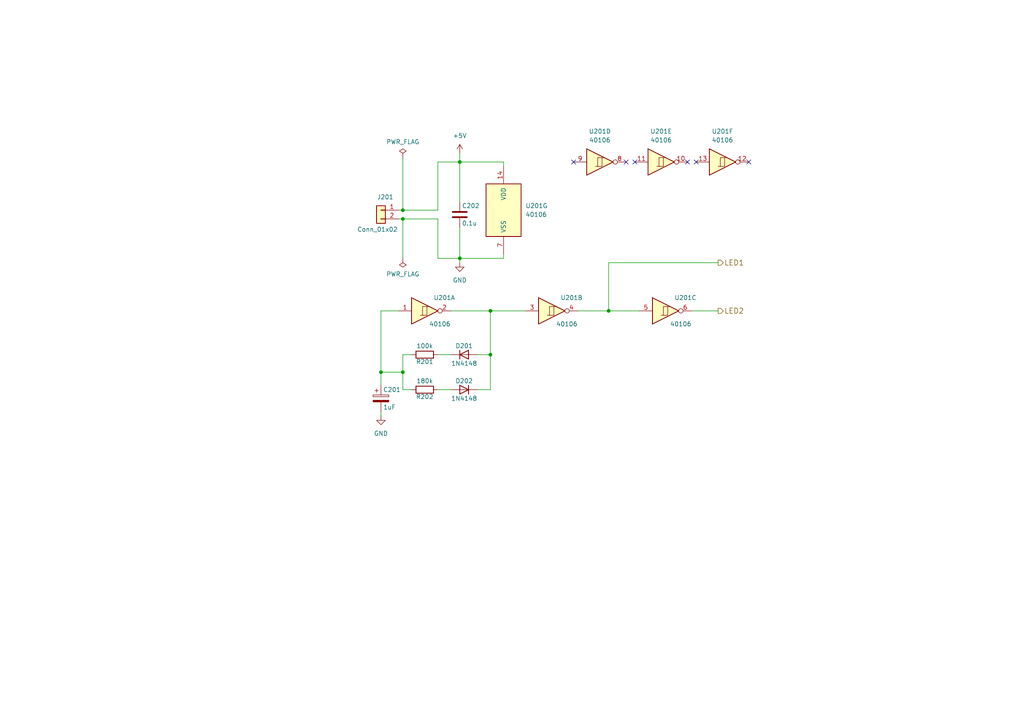
<source format=kicad_sch>
(kicad_sch (version 20231120) (generator "eeschema") (generator_version "8.0")
  (paper "A4")
  (title_block (title "OSCILIADOR CON 40106 Y DOS LEDS") (date "2018-09-28") (rev "1.0") (company "Curso KiCad Multicapa") (comment 1 "Autor: Diego Brengi"))
  (lib_symbols
    (symbol "4xxx:40106" (pin_names (offset 1.016))
      (property "Reference" "U" (at 0 1.27 0))
      (property "Value" "40106" (at 0 -1.27 0))
      (symbol "40106_1_0"
        (polyline (pts (xy -0.635 -1.27) (xy -0.635 1.27) (xy 0.635 1.27)))
        (polyline (pts (xy -3.81 3.81) (xy -3.81 -3.81) (xy 3.81 0) (xy -3.81 3.81)) (stroke (width 0.254)) (fill (type background)))
        (polyline (pts (xy -1.27 -1.27) (xy 0.635 -1.27) (xy 0.635 1.27) (xy 1.27 1.27)))
        (pin input line (at -7.62 0 0) (length 3.81) (name "~") (number "1"))
        (pin output inverted (at 7.62 0 180) (length 3.81) (name "~") (number "2"))
      )
      (symbol "40106_2_0"
        (polyline (pts (xy -0.635 -1.27) (xy -0.635 1.27) (xy 0.635 1.27)))
        (polyline (pts (xy -3.81 3.81) (xy -3.81 -3.81) (xy 3.81 0) (xy -3.81 3.81)) (stroke (width 0.254)) (fill (type background)))
        (polyline (pts (xy -1.27 -1.27) (xy 0.635 -1.27) (xy 0.635 1.27) (xy 1.27 1.27)))
        (pin input line (at -7.62 0 0) (length 3.81) (name "~") (number "3"))
        (pin output inverted (at 7.62 0 180) (length 3.81) (name "~") (number "4"))
      )
      (symbol "40106_3_0"
        (polyline (pts (xy -0.635 -1.27) (xy -0.635 1.27) (xy 0.635 1.27)))
        (polyline (pts (xy -3.81 3.81) (xy -3.81 -3.81) (xy 3.81 0) (xy -3.81 3.81)) (stroke (width 0.254)) (fill (type background)))
        (polyline (pts (xy -1.27 -1.27) (xy 0.635 -1.27) (xy 0.635 1.27) (xy 1.27 1.27)))
        (pin input line (at -7.62 0 0) (length 3.81) (name "~") (number "5"))
        (pin output inverted (at 7.62 0 180) (length 3.81) (name "~") (number "6"))
      )
      (symbol "40106_4_0"
        (polyline (pts (xy -0.635 -1.27) (xy -0.635 1.27) (xy 0.635 1.27)))
        (polyline (pts (xy -3.81 3.81) (xy -3.81 -3.81) (xy 3.81 0) (xy -3.81 3.81)) (stroke (width 0.254)) (fill (type background)))
        (polyline (pts (xy -1.27 -1.27) (xy 0.635 -1.27) (xy 0.635 1.27) (xy 1.27 1.27)))
        (pin output inverted (at 7.62 0 180) (length 3.81) (name "~") (number "8"))
        (pin input line (at -7.62 0 0) (length 3.81) (name "~") (number "9"))
      )
      (symbol "40106_5_0"
        (polyline (pts (xy -0.635 -1.27) (xy -0.635 1.27) (xy 0.635 1.27)))
        (polyline (pts (xy -3.81 3.81) (xy -3.81 -3.81) (xy 3.81 0) (xy -3.81 3.81)) (stroke (width 0.254)) (fill (type background)))
        (polyline (pts (xy -1.27 -1.27) (xy 0.635 -1.27) (xy 0.635 1.27) (xy 1.27 1.27)))
        (pin output inverted (at 7.62 0 180) (length 3.81) (name "~") (number "10"))
        (pin input line (at -7.62 0 0) (length 3.81) (name "~") (number "11"))
      )
      (symbol "40106_6_0"
        (polyline (pts (xy -0.635 -1.27) (xy -0.635 1.27) (xy 0.635 1.27)))
        (polyline (pts (xy -3.81 3.81) (xy -3.81 -3.81) (xy 3.81 0) (xy -3.81 3.81)) (stroke (width 0.254)) (fill (type background)))
        (polyline (pts (xy -1.27 -1.27) (xy 0.635 -1.27) (xy 0.635 1.27) (xy 1.27 1.27)))
        (pin output inverted (at 7.62 0 180) (length 3.81) (name "~") (number "12"))
        (pin input line (at -7.62 0 0) (length 3.81) (name "~") (number "13"))
      )
      (symbol "40106_7_0"
        (pin power_in line (at 0 12.7 270) (length 5.08) (name "VDD") (number "14"))
        (pin power_in line (at 0 -12.7 90) (length 5.08) (name "VSS") (number "7"))
      )
      (symbol "40106_7_1"
        (rectangle (start -5.08 7.62) (end 5.08 -7.62) (stroke (width 0.254)) (fill (type background)))
      )
    )
    (symbol "Connector_Generic:Conn_01x02" (pin_names (offset 1.016) hide)
      (property "Reference" "J" (at 0 2.54 0))
      (property "Value" "Conn_01x02" (at 0 -5.08 0))
      (symbol "Conn_01x02_1_1"
        (rectangle (start -1.27 -2.413) (end 0 -2.667) (stroke (width 0.1524)))
        (rectangle (start -1.27 0.127) (end 0 -0.127) (stroke (width 0.1524)))
        (rectangle (start -1.27 1.27) (end 1.27 -3.81) (stroke (width 0.254)) (fill (type background)))
        (pin passive line (at -5.08 0 0) (length 3.81) (name "Pin_1") (number "1"))
        (pin passive line (at -5.08 -2.54 0) (length 3.81) (name "Pin_2") (number "2"))
      )
    )
    (symbol "Device:C" (pin_numbers hide) (pin_names (offset 0.254))
      (property "Reference" "C" (at 0.635 2.54 0))
      (property "Value" "C" (at 0.635 -2.54 0))
      (symbol "C_0_1"
        (polyline (pts (xy -2.032 -0.762) (xy 2.032 -0.762)) (stroke (width 0.508)))
        (polyline (pts (xy -2.032 0.762) (xy 2.032 0.762)) (stroke (width 0.508)))
      )
      (symbol "C_1_1"
        (pin passive line (at 0 3.81 270) (length 2.794) (name "~") (number "1"))
        (pin passive line (at 0 -3.81 90) (length 2.794) (name "~") (number "2"))
      )
    )
    (symbol "Device:C_Polarized" (pin_numbers hide) (pin_names (offset 0.254))
      (property "Reference" "C" (at 0.635 2.54 0))
      (property "Value" "C_Polarized" (at 0.635 -2.54 0))
      (symbol "C_Polarized_0_1"
        (rectangle (start -2.286 0.508) (end 2.286 1.016))
        (polyline (pts (xy -1.778 2.286) (xy -0.762 2.286)))
        (polyline (pts (xy -1.27 2.794) (xy -1.27 1.778)))
        (rectangle (start 2.286 -0.508) (end -2.286 -1.016) (fill (type outline)))
      )
      (symbol "C_Polarized_1_1"
        (pin passive line (at 0 3.81 270) (length 2.794) (name "~") (number "1"))
        (pin passive line (at 0 -3.81 90) (length 2.794) (name "~") (number "2"))
      )
    )
    (symbol "Device:D" (pin_numbers hide) (pin_names (offset 1.016) hide)
      (property "Reference" "D" (at 0 2.54 0))
      (property "Value" "D" (at 0 -2.54 0))
      (symbol "D_0_1"
        (polyline (pts (xy -1.27 1.27) (xy -1.27 -1.27)) (stroke (width 0.254)))
        (polyline (pts (xy 1.27 0) (xy -1.27 0)))
        (polyline (pts (xy 1.27 1.27) (xy 1.27 -1.27) (xy -1.27 0) (xy 1.27 1.27)) (stroke (width 0.254)))
      )
      (symbol "D_1_1"
        (pin passive line (at -3.81 0 0) (length 2.54) (name "K") (number "1"))
        (pin passive line (at 3.81 0 180) (length 2.54) (name "A") (number "2"))
      )
    )
    (symbol "Device:R" (pin_numbers hide) (pin_names (offset 0))
      (property "Reference" "R" (at 2.032 0 90))
      (property "Value" "R" (at 0 0 90))
      (symbol "R_0_1"
        (rectangle (start -1.016 -2.54) (end 1.016 2.54) (stroke (width 0.254)))
      )
      (symbol "R_1_1"
        (pin passive line (at 0 3.81 270) (length 1.27) (name "~") (number "1"))
        (pin passive line (at 0 -3.81 90) (length 1.27) (name "~") (number "2"))
      )
    )
    (symbol "power:+5V" (power) (pin_numbers hide) (pin_names (offset 0) hide)
      (property "Value" "+5V" (at 0 3.556 0))
      (symbol "+5V_0_1"
        (polyline (pts (xy -0.762 1.27) (xy 0 2.54)))
        (polyline (pts (xy 0 0) (xy 0 2.54)))
        (polyline (pts (xy 0 2.54) (xy 0.762 1.27)))
      )
      (symbol "+5V_1_1"
        (pin power_in line (at 0 0 90) (length 0) (name "~") (number "1"))
      )
    )
    (symbol "power:GND" (power) (pin_numbers hide) (pin_names (offset 0) hide)
      (property "Value" "GND" (at 0 -3.81 0))
      (symbol "GND_0_1"
        (polyline (pts (xy 0 0) (xy 0 -1.27) (xy 1.27 -1.27) (xy 0 -2.54) (xy -1.27 -1.27) (xy 0 -1.27)))
      )
      (symbol "GND_1_1"
        (pin power_in line (at 0 0 270) (length 0) (name "~") (number "1"))
      )
    )
    (symbol "power:PWR_FLAG" (power) (pin_numbers hide) (pin_names (offset 0) hide)
      (property "Value" "PWR_FLAG" (at 0 3.81 0))
      (symbol "PWR_FLAG_0_0"
        (pin power_out line (at 0 0 90) (length 0) (name "~") (number "1"))
      )
      (symbol "PWR_FLAG_0_1"
        (polyline (pts (xy 0 0) (xy 0 1.27) (xy -1.016 1.905) (xy 0 2.54) (xy 1.016 1.905) (xy 0 1.27)))
      )
    )
  )
  (junction (at 116.84 63.5))
  (junction (at 142.24 90.17))
  (junction (at 116.84 60.96))
  (junction (at 133.35 46.99))
  (junction (at 133.35 74.93))
  (junction (at 116.84 107.95))
  (junction (at 142.24 102.87))
  (junction (at 110.49 107.95))
  (junction (at 176.53 90.17))
  (no_connect (at 184.15 46.99))
  (no_connect (at 166.37 46.99))
  (no_connect (at 181.61 46.99))
  (no_connect (at 201.93 46.99))
  (no_connect (at 217.17 46.99))
  (no_connect (at 199.39 46.99))
  (wire (pts (xy 116.84 63.5) (xy 116.84 74.93)))
  (wire (pts (xy 127 113.03) (xy 130.81 113.03)))
  (wire (pts (xy 133.35 46.99) (xy 146.05 46.99)))
  (wire (pts (xy 127 102.87) (xy 130.81 102.87)))
  (wire (pts (xy 142.24 113.03) (xy 138.43 113.03)))
  (wire (pts (xy 110.49 107.95) (xy 110.49 111.76)))
  (wire (pts (xy 176.53 76.2) (xy 208.28 76.2)))
  (wire (pts (xy 116.84 102.87) (xy 116.84 107.95)))
  (wire (pts (xy 116.84 45.72) (xy 116.84 60.96)))
  (wire (pts (xy 116.84 60.96) (xy 127 60.96)))
  (wire (pts (xy 127 74.93) (xy 127 63.5)))
  (wire (pts (xy 146.05 74.93) (xy 146.05 73.66)))
  (wire (pts (xy 110.49 90.17) (xy 110.49 107.95)))
  (wire (pts (xy 176.53 90.17) (xy 185.42 90.17)))
  (wire (pts (xy 176.53 90.17) (xy 176.53 76.2)))
  (wire (pts (xy 116.84 107.95) (xy 116.84 113.03)))
  (wire (pts (xy 116.84 107.95) (xy 110.49 107.95)))
  (wire (pts (xy 127 46.99) (xy 127 60.96)))
  (wire (pts (xy 167.64 90.17) (xy 176.53 90.17)))
  (wire (pts (xy 133.35 74.93) (xy 133.35 66.04)))
  (wire (pts (xy 133.35 46.99) (xy 127 46.99)))
  (wire (pts (xy 119.38 102.87) (xy 116.84 102.87)))
  (wire (pts (xy 142.24 90.17) (xy 152.4 90.17)))
  (wire (pts (xy 133.35 46.99) (xy 133.35 58.42)))
  (wire (pts (xy 133.35 44.45) (xy 133.35 46.99)))
  (wire (pts (xy 110.49 120.65) (xy 110.49 119.38)))
  (wire (pts (xy 138.43 102.87) (xy 142.24 102.87)))
  (wire (pts (xy 130.81 90.17) (xy 142.24 90.17)))
  (wire (pts (xy 133.35 74.93) (xy 146.05 74.93)))
  (wire (pts (xy 200.66 90.17) (xy 208.28 90.17)))
  (wire (pts (xy 110.49 90.17) (xy 115.57 90.17)))
  (wire (pts (xy 116.84 113.03) (xy 119.38 113.03)))
  (wire (pts (xy 116.84 60.96) (xy 115.57 60.96)))
  (wire (pts (xy 133.35 74.93) (xy 133.35 76.2)))
  (wire (pts (xy 116.84 63.5) (xy 127 63.5)))
  (wire (pts (xy 146.05 46.99) (xy 146.05 48.26)))
  (wire (pts (xy 142.24 90.17) (xy 142.24 102.87)))
  (wire (pts (xy 142.24 102.87) (xy 142.24 113.03)))
  (wire (pts (xy 116.84 63.5) (xy 115.57 63.5)))
  (wire (pts (xy 133.35 74.93) (xy 127 74.93)))
  (hierarchical_label "LED2" (shape output) (at 208.28 90.17 0) (effects (font (size 1.524 1.524))))
  (hierarchical_label "LED1" (shape output) (at 208.28 76.2 0) (effects (font (size 1.524 1.524))))
  (symbol (lib_id "4xxx:40106") (at 123.19 90.17 0) (unit 1)
    (property "Reference" "U201" (at 125.73 86.36 0) (effects (justify left)))
    (property "Value" "40106" (at 124.46 93.98 0) (effects (justify left)))
    (property "Footprint" "Package_SO:SOIC-14_3.9x8.7mm_P1.27mm" (effects (hide yes)))
    (property "Datasheet" "https://assets.nexperia.com/documents/data-sheet/HEF40106B.pdf" (effects (hide yes)))
    (property "Description" "Hex Schmitt trigger inverter" (effects (hide yes)))
  )
  (symbol (lib_id "4xxx:40106") (at 160.02 90.17 0) (unit 2)
    (property "Reference" "U201" (at 162.56 86.36 0) (effects (justify left)))
    (property "Value" "40106" (at 161.29 93.98 0) (effects (justify left)))
    (property "Footprint" "Package_SO:SOIC-14_3.9x8.7mm_P1.27mm" (effects (hide yes)))
    (property "Datasheet" "https://assets.nexperia.com/documents/data-sheet/HEF40106B.pdf" (effects (hide yes)))
    (property "Description" "Hex Schmitt trigger inverter" (effects (hide yes)))
  )
  (symbol (lib_id "4xxx:40106") (at 193.04 90.17 0) (unit 3)
    (property "Reference" "U201" (at 195.58 86.36 0) (effects (justify left)))
    (property "Value" "40106" (at 194.31 93.98 0) (effects (justify left)))
    (property "Footprint" "Package_SO:SOIC-14_3.9x8.7mm_P1.27mm" (effects (hide yes)))
    (property "Datasheet" "https://assets.nexperia.com/documents/data-sheet/HEF40106B.pdf" (effects (hide yes)))
    (property "Description" "Hex Schmitt trigger inverter" (effects (hide yes)))
  )
  (symbol (lib_id "Device:C") (at 133.35 62.23 0) (unit 1)
    (property "Reference" "C202" (at 133.985 59.69 0) (effects (justify left)))
    (property "Value" "0.1u" (at 133.985 64.77 0) (effects (justify left)))
    (property "Footprint" "Capacitor_SMD:C_0805_2012Metric_Pad1.18x1.45mm_HandSolder" (effects (hide yes)))
    (property "Description" "Unpolarized capacitor" (effects (hide yes)))
  )
  (symbol (lib_id "Device:C_Polarized") (at 110.49 115.57 0) (unit 1)
    (property "Reference" "C201" (at 111.125 113.03 0) (effects (justify left)))
    (property "Value" "1uF" (at 111.125 118.11 0) (effects (justify left)))
    (property "Footprint" "Capacitor_Tantalum_SMD:CP_EIA-2012-12_Kemet-R_Pad1.30x1.05mm_HandSolder" (effects (hide yes)))
    (property "Description" "Polarized capacitor" (effects (hide yes)))
  )
  (symbol (lib_id "Device:R") (at 123.19 102.87 270) (unit 1)
    (property "Reference" "R201" (at 123.19 104.902 90))
    (property "Value" "100k" (at 123.19 100.33 90))
    (property "Footprint" "Resistor_SMD:R_0805_2012Metric_Pad1.20x1.40mm_HandSolder" (effects (hide yes)))
    (property "Description" "Resistor" (effects (hide yes)))
  )
  (symbol (lib_id "Device:R") (at 123.19 113.03 270) (unit 1)
    (property "Reference" "R202" (at 123.19 115.062 90))
    (property "Value" "180k" (at 123.19 110.49 90))
    (property "Footprint" "Resistor_SMD:R_0805_2012Metric_Pad1.20x1.40mm_HandSolder" (effects (hide yes)))
    (property "Description" "Resistor" (effects (hide yes)))
  )
  (symbol (lib_id "Device:D") (at 134.62 102.87 0) (unit 1)
    (property "Reference" "D201" (at 134.62 100.33 0))
    (property "Value" "1N4148" (at 134.62 105.41 0))
    (property "Footprint" "Diode_SMD:D_0805_2012Metric_Pad1.15x1.40mm_HandSolder" (effects (hide yes)))
    (property "Description" "Diode" (effects (hide yes)))
    (property "Sim.Device" "D" (effects (hide yes)))
    (property "Sim.Pins" "1=K 2=A" (effects (hide yes)))
  )
  (symbol (lib_id "Device:D") (at 134.62 113.03 0) (mirror y) (unit 1)
    (property "Reference" "D202" (at 134.62 110.49 0))
    (property "Value" "1N4148" (at 134.62 115.57 0))
    (property "Footprint" "Diode_SMD:D_0805_2012Metric_Pad1.15x1.40mm_HandSolder" (effects (hide yes)))
    (property "Description" "Diode" (effects (hide yes)))
    (property "Sim.Device" "D" (effects (hide yes)))
    (property "Sim.Pins" "1=K 2=A" (effects (hide yes)))
  )
  (symbol (lib_id "Connector_Generic:Conn_01x02") (at 110.49 60.96 0) (mirror y) (unit 1)
    (property "Reference" "J201" (at 111.76 57.15 0))
    (property "Value" "Conn_01x02" (at 109.474 66.548 0))
    (property "Footprint" "TerminalBlock_Phoenix:TerminalBlock_Phoenix_PT-1,5-2-3.5-H_1x02_P3.50mm_Horizontal" (effects (hide yes)))
    (property "Description" "Generic connector, single row, 01x02, script generated (kicad-library-utils/schlib/autogen/connector/)" (effects (hide yes)))
  )
  (symbol (lib_id "power:PWR_FLAG") (at 116.84 74.93 180) (unit 1)
    (property "Reference" "#FLG06" (effects (hide yes)))
    (property "Value" "PWR_FLAG" (at 116.84 79.502 0))
    (property "Description" "Special symbol for telling ERC where power comes from" (effects (hide yes)))
  )
  (symbol (lib_id "power:PWR_FLAG") (at 116.84 45.72 0) (unit 1)
    (property "Reference" "#FLG07" (effects (hide yes)))
    (property "Value" "PWR_FLAG" (at 116.84 41.148 0))
    (property "Description" "Special symbol for telling ERC where power comes from" (effects (hide yes)))
  )
  (symbol (lib_id "power:GND") (at 110.49 120.65 0) (unit 1)
    (property "Reference" "#PWR02" (effects (hide yes)))
    (property "Value" "GND" (at 110.49 125.73 0))
    (property "Description" "Power symbol creates a global label with name \"GND\" , ground" (effects (hide yes)))
  )
  (symbol (lib_id "power:GND") (at 133.35 76.2 0) (unit 1)
    (property "Reference" "#PWR01" (effects (hide yes)))
    (property "Value" "GND" (at 133.35 81.28 0))
    (property "Description" "Power symbol creates a global label with name \"GND\" , ground" (effects (hide yes)))
  )
  (symbol (lib_id "power:+5V") (at 133.35 44.45 0) (unit 1)
    (property "Reference" "#PWR03" (effects (hide yes)))
    (property "Value" "+5V" (at 133.35 39.37 0))
    (property "Description" "Power symbol creates a global label with name \"+5V\"" (effects (hide yes)))
  )
  (symbol (lib_id "4xxx:40106") (at 209.55 46.99 0) (unit 6)
    (property "Reference" "U201" (at 209.55 38.1 0))
    (property "Value" "40106" (at 209.55 40.64 0))
    (property "Footprint" "Package_SO:SOIC-14_3.9x8.7mm_P1.27mm" (effects (hide yes)))
    (property "Datasheet" "https://assets.nexperia.com/documents/data-sheet/HEF40106B.pdf" (effects (hide yes)))
    (property "Description" "Hex Schmitt trigger inverter" (effects (hide yes)))
  )
  (symbol (lib_id "4xxx:40106") (at 146.05 60.96 0) (unit 7)
    (property "Reference" "U201" (at 152.4 59.6899 0) (effects (justify left)))
    (property "Value" "40106" (at 152.4 62.2299 0) (effects (justify left)))
    (property "Footprint" "Package_SO:SOIC-14_3.9x8.7mm_P1.27mm" (effects (hide yes)))
    (property "Datasheet" "https://assets.nexperia.com/documents/data-sheet/HEF40106B.pdf" (effects (hide yes)))
    (property "Description" "Hex Schmitt trigger inverter" (effects (hide yes)))
  )
  (symbol (lib_id "4xxx:40106") (at 191.77 46.99 0) (unit 5)
    (property "Reference" "U201" (at 191.77 38.1 0))
    (property "Value" "40106" (at 191.77 40.64 0))
    (property "Footprint" "Package_SO:SOIC-14_3.9x8.7mm_P1.27mm" (effects (hide yes)))
    (property "Datasheet" "https://assets.nexperia.com/documents/data-sheet/HEF40106B.pdf" (effects (hide yes)))
    (property "Description" "Hex Schmitt trigger inverter" (effects (hide yes)))
  )
  (symbol (lib_id "4xxx:40106") (at 173.99 46.99 0) (unit 4)
    (property "Reference" "U201" (at 173.99 38.1 0))
    (property "Value" "40106" (at 173.99 40.64 0))
    (property "Footprint" "Package_SO:SOIC-14_3.9x8.7mm_P1.27mm" (effects (hide yes)))
    (property "Datasheet" "https://assets.nexperia.com/documents/data-sheet/HEF40106B.pdf" (effects (hide yes)))
    (property "Description" "Hex Schmitt trigger inverter" (effects (hide yes)))
  )
)
</source>
